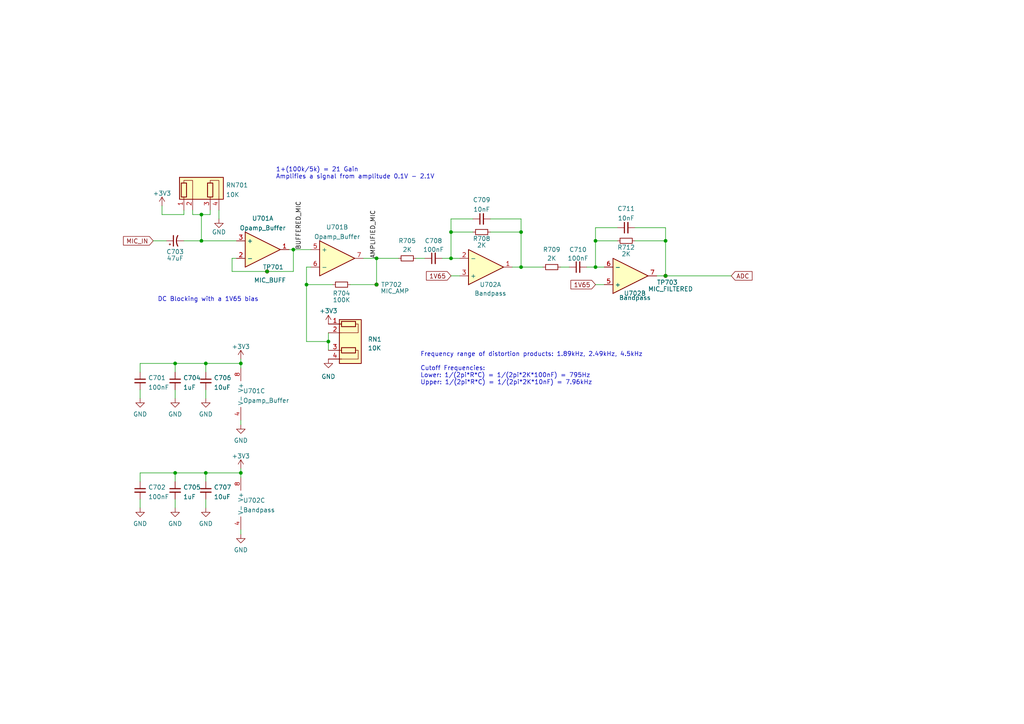
<source format=kicad_sch>
(kicad_sch (version 20230121) (generator eeschema)
  (paper "A4")
  (lib_symbols
    (symbol "+3V3_1" (power) (pin_names (offset 0))
      (property "Value" "+3V3_1" (at 0 3.556 0))
      (symbol "+3V3_1_0_1"
        (polyline (pts (xy -0.762 1.27) (xy 0 2.54)))
        (polyline (pts (xy 0 0) (xy 0 2.54)))
        (polyline (pts (xy 0 2.54) (xy 0.762 1.27)))
      )
      (symbol "+3V3_1_1_1"
        (pin power_in line (at 0 0 90) (length 0) hide (name "+3V3") (number "1"))
      )
    )
    (symbol "Connector:TestPoint_Small" (pin_numbers hide) (pin_names (offset 0.762) hide)
      (property "Reference" "TP" (at 0 3.81 0))
      (property "Value" "TestPoint_Small" (at 0 2.032 0))
      (symbol "TestPoint_Small_0_1"
        (circle (center 0 0) (radius 0.508))
      )
      (symbol "TestPoint_Small_1_1"
        (pin passive line (at 0 0 90) (length 0) (name "1") (number "1"))
      )
    )
    (symbol "Device:C_Polarized_Small_US" (pin_numbers hide) (pin_names (offset 0.254) hide)
      (property "Reference" "C" (at 0.254 1.778 0))
      (property "Value" "C_Polarized_Small_US" (at 0.254 -2.032 0))
      (symbol "C_Polarized_Small_US_0_1"
        (polyline (pts (xy -1.524 0.508) (xy 1.524 0.508)) (stroke (width 0.3048)))
        (polyline (pts (xy -1.27 1.524) (xy -0.762 1.524)))
        (polyline (pts (xy -1.016 1.27) (xy -1.016 1.778)))
        (arc (start 1.524 -0.762) (mid 0 -0.3734) (end -1.524 -0.762) (stroke (width 0.3048)))
      )
      (symbol "C_Polarized_Small_US_1_1"
        (pin passive line (at 0 2.54 270) (length 2.032) (name "~") (number "1"))
        (pin passive line (at 0 -2.54 90) (length 2.032) (name "~") (number "2"))
      )
    )
    (symbol "Device:C_Small" (pin_numbers hide) (pin_names (offset 0.254) hide)
      (property "Reference" "C" (at 0.254 1.778 0))
      (property "Value" "C_Small" (at 0.254 -2.032 0))
      (symbol "C_Small_0_1"
        (polyline (pts (xy -1.524 -0.508) (xy 1.524 -0.508)) (stroke (width 0.3302)))
        (polyline (pts (xy -1.524 0.508) (xy 1.524 0.508)) (stroke (width 0.3048)))
      )
      (symbol "C_Small_1_1"
        (pin passive line (at 0 2.54 270) (length 2.032) (name "~") (number "1"))
        (pin passive line (at 0 -2.54 90) (length 2.032) (name "~") (number "2"))
      )
    )
    (symbol "Device:Opamp_Dual"
      (property "Reference" "U" (at 0 5.08 0))
      (property "Value" "Opamp_Dual" (at 0 -5.08 0))
      (symbol "Opamp_Dual_1_1"
        (polyline (pts (xy -5.08 5.08) (xy 5.08 0) (xy -5.08 -5.08) (xy -5.08 5.08)) (stroke (width 0.254)) (fill (type background)))
        (pin output line (at 7.62 0 180) (length 2.54) (name "~") (number "1"))
        (pin input line (at -7.62 -2.54 0) (length 2.54) (name "-") (number "2"))
        (pin input line (at -7.62 2.54 0) (length 2.54) (name "+") (number "3"))
      )
      (symbol "Opamp_Dual_2_1"
        (polyline (pts (xy -5.08 5.08) (xy 5.08 0) (xy -5.08 -5.08) (xy -5.08 5.08)) (stroke (width 0.254)) (fill (type background)))
        (pin input line (at -7.62 2.54 0) (length 2.54) (name "+") (number "5"))
        (pin input line (at -7.62 -2.54 0) (length 2.54) (name "-") (number "6"))
        (pin output line (at 7.62 0 180) (length 2.54) (name "~") (number "7"))
      )
      (symbol "Opamp_Dual_3_1"
        (pin power_in line (at -2.54 -7.62 90) (length 3.81) (name "V-") (number "4"))
        (pin power_in line (at -2.54 7.62 270) (length 3.81) (name "V+") (number "8"))
      )
    )
    (symbol "Device:R_Pack02_SIP" (pin_names (offset 0) hide)
      (property "Reference" "RN" (at -7.62 0 90))
      (property "Value" "R_Pack02_SIP" (at 7.62 0 90))
      (symbol "R_Pack02_SIP_0_1"
        (rectangle (start -6.35 -1.905) (end 6.35 4.445) (stroke (width 0.254)) (fill (type background)))
        (rectangle (start -5.842 2.794) (end -4.318 -1.27) (stroke (width 0.254)))
        (polyline (pts (xy -5.08 2.794) (xy -5.08 3.556) (xy -2.54 3.556) (xy -2.54 -1.27)))
        (polyline (pts (xy 2.54 2.794) (xy 2.54 3.556) (xy 5.08 3.556) (xy 5.08 -1.27)))
        (rectangle (start 1.778 2.794) (end 3.302 -1.27) (stroke (width 0.254)))
      )
      (symbol "R_Pack02_SIP_1_1"
        (pin passive line (at -5.08 -5.08 90) (length 3.81) (name "R1.1") (number "1"))
        (pin passive line (at -2.54 -5.08 90) (length 3.81) (name "R1.2") (number "2"))
        (pin passive line (at 2.54 -5.08 90) (length 3.81) (name "R2.1") (number "3"))
        (pin passive line (at 5.08 -5.08 90) (length 3.81) (name "R2.2") (number "4"))
      )
    )
    (symbol "Device:R_Small" (pin_numbers hide) (pin_names (offset 0.254) hide)
      (property "Reference" "R" (at 0.762 0.508 0))
      (property "Value" "R_Small" (at 0.762 -1.016 0))
      (symbol "R_Small_0_1"
        (rectangle (start -0.762 1.778) (end 0.762 -1.778) (stroke (width 0.2032)))
      )
      (symbol "R_Small_1_1"
        (pin passive line (at 0 2.54 270) (length 0.762) (name "~") (number "1"))
        (pin passive line (at 0 -2.54 90) (length 0.762) (name "~") (number "2"))
      )
    )
    (symbol "GND_1" (power) (pin_names (offset 0))
      (property "Value" "GND_1" (at 0 -3.81 0))
      (symbol "GND_1_0_1"
        (polyline (pts (xy 0 0) (xy 0 -1.27) (xy 1.27 -1.27) (xy 0 -2.54) (xy -1.27 -1.27) (xy 0 -1.27)))
      )
      (symbol "GND_1_1_1"
        (pin power_in line (at 0 0 270) (length 0) hide (name "GND") (number "1"))
      )
    )
    (symbol "GND_2" (power) (pin_names (offset 0))
      (property "Value" "GND_2" (at 0 -3.81 0))
      (symbol "GND_2_0_1"
        (polyline (pts (xy 0 0) (xy 0 -1.27) (xy 1.27 -1.27) (xy 0 -2.54) (xy -1.27 -1.27) (xy 0 -1.27)))
      )
      (symbol "GND_2_1_1"
        (pin power_in line (at 0 0 270) (length 0) hide (name "GND") (number "1"))
      )
    )
    (symbol "ade_oae:PCM1862DBT"
      (property "Reference" "U" (at 0 19.05 0))
      (property "Value" "PCM1862DBT" (at 0 -10.16 0))
    )
    (symbol "power:+3V3" (power) (pin_names (offset 0))
      (property "Value" "+3V3" (at 0 3.556 0))
      (symbol "+3V3_0_1"
        (polyline (pts (xy -0.762 1.27) (xy 0 2.54)))
        (polyline (pts (xy 0 0) (xy 0 2.54)))
        (polyline (pts (xy 0 2.54) (xy 0.762 1.27)))
      )
      (symbol "+3V3_1_1"
        (pin power_in line (at 0 0 90) (length 0) hide (name "+3V3") (number "1"))
      )
    )
    (symbol "power:GND" (power) (pin_names (offset 0))
      (property "Value" "GND" (at 0 -3.81 0))
      (symbol "GND_0_1"
        (polyline (pts (xy 0 0) (xy 0 -1.27) (xy 1.27 -1.27) (xy 0 -2.54) (xy -1.27 -1.27) (xy 0 -1.27)))
      )
      (symbol "GND_1_1"
        (pin power_in line (at 0 0 270) (length 0) hide (name "GND") (number "1"))
      )
    )
  )
  (junction (at 58.42 62.23))
  (junction (at 59.69 105.41))
  (junction (at 193.04 80.01))
  (junction (at 130.81 74.93))
  (junction (at 85.09 72.39))
  (junction (at 151.13 77.47))
  (junction (at 88.9 82.55))
  (junction (at 109.22 74.93))
  (junction (at 151.13 67.31))
  (junction (at 109.22 82.55))
  (junction (at 172.72 69.85))
  (junction (at 50.8 105.41))
  (junction (at 69.85 137.16))
  (junction (at 77.47 78.74))
  (junction (at 58.42 69.85))
  (junction (at 69.85 105.41))
  (junction (at 95.25 99.06))
  (junction (at 50.8 137.16))
  (junction (at 193.04 69.85))
  (junction (at 59.69 137.16))
  (junction (at 130.81 67.31))
  (junction (at 172.72 77.47))
  (wire (pts (xy 96.52 82.55) (xy 88.9 82.55)))
  (wire (pts (xy 59.69 144.78) (xy 59.69 147.32)))
  (wire (pts (xy 151.13 77.47) (xy 157.48 77.47)))
  (wire (pts (xy 130.81 74.93) (xy 130.81 67.31)))
  (wire (pts (xy 50.8 139.7) (xy 50.8 137.16)))
  (wire (pts (xy 50.8 113.03) (xy 50.8 115.57)))
  (wire (pts (xy 58.42 69.85) (xy 68.58 69.85)))
  (wire (pts (xy 193.04 80.01) (xy 212.09 80.01)))
  (wire (pts (xy 130.81 74.93) (xy 133.35 74.93)))
  (wire (pts (xy 109.22 82.55) (xy 101.6 82.55)))
  (wire (pts (xy 137.16 63.5) (xy 130.81 63.5)))
  (wire (pts (xy 67.31 74.93) (xy 68.58 74.93)))
  (wire (pts (xy 50.8 107.95) (xy 50.8 105.41)))
  (wire (pts (xy 193.04 69.85) (xy 193.04 80.01)))
  (wire (pts (xy 128.27 74.93) (xy 130.81 74.93)))
  (wire (pts (xy 67.31 78.74) (xy 67.31 74.93)))
  (wire (pts (xy 130.81 80.01) (xy 133.35 80.01)))
  (wire (pts (xy 88.9 77.47) (xy 90.17 77.47)))
  (wire (pts (xy 53.34 69.85) (xy 58.42 69.85)))
  (wire (pts (xy 60.96 62.23) (xy 60.96 60.96)))
  (wire (pts (xy 179.07 66.04) (xy 172.72 66.04)))
  (wire (pts (xy 58.42 62.23) (xy 58.42 69.85)))
  (wire (pts (xy 184.15 69.85) (xy 193.04 69.85)))
  (wire (pts (xy 85.09 72.39) (xy 85.09 78.74)))
  (wire (pts (xy 69.85 135.89) (xy 69.85 137.16)))
  (wire (pts (xy 40.64 113.03) (xy 40.64 115.57)))
  (wire (pts (xy 109.22 74.93) (xy 109.22 82.55)))
  (wire (pts (xy 85.09 72.39) (xy 90.17 72.39)))
  (wire (pts (xy 105.41 74.93) (xy 109.22 74.93)))
  (wire (pts (xy 172.72 82.55) (xy 175.26 82.55)))
  (wire (pts (xy 50.8 144.78) (xy 50.8 147.32)))
  (wire (pts (xy 40.64 107.95) (xy 40.64 105.41)))
  (wire (pts (xy 193.04 80.01) (xy 190.5 80.01)))
  (wire (pts (xy 59.69 113.03) (xy 59.69 115.57)))
  (wire (pts (xy 172.72 69.85) (xy 179.07 69.85)))
  (wire (pts (xy 142.24 67.31) (xy 151.13 67.31)))
  (wire (pts (xy 172.72 77.47) (xy 172.72 69.85)))
  (wire (pts (xy 50.8 137.16) (xy 59.69 137.16)))
  (wire (pts (xy 170.18 77.47) (xy 172.72 77.47)))
  (wire (pts (xy 59.69 105.41) (xy 69.85 105.41)))
  (wire (pts (xy 88.9 82.55) (xy 88.9 77.47)))
  (wire (pts (xy 130.81 63.5) (xy 130.81 67.31)))
  (wire (pts (xy 59.69 105.41) (xy 59.69 107.95)))
  (wire (pts (xy 58.42 62.23) (xy 60.96 62.23)))
  (wire (pts (xy 85.09 78.74) (xy 77.47 78.74)))
  (wire (pts (xy 59.69 137.16) (xy 69.85 137.16)))
  (wire (pts (xy 88.9 82.55) (xy 88.9 99.06)))
  (wire (pts (xy 162.56 77.47) (xy 165.1 77.47)))
  (wire (pts (xy 172.72 66.04) (xy 172.72 69.85)))
  (wire (pts (xy 69.85 104.14) (xy 69.85 105.41)))
  (wire (pts (xy 95.25 99.06) (xy 88.9 99.06)))
  (wire (pts (xy 55.88 62.23) (xy 55.88 60.96)))
  (wire (pts (xy 50.8 105.41) (xy 59.69 105.41)))
  (wire (pts (xy 69.85 121.92) (xy 69.85 123.19)))
  (wire (pts (xy 151.13 77.47) (xy 148.59 77.47)))
  (wire (pts (xy 69.85 137.16) (xy 69.85 138.43)))
  (wire (pts (xy 53.34 62.23) (xy 53.34 60.96)))
  (wire (pts (xy 69.85 153.67) (xy 69.85 154.94)))
  (wire (pts (xy 59.69 137.16) (xy 59.69 139.7)))
  (wire (pts (xy 193.04 66.04) (xy 184.15 66.04)))
  (wire (pts (xy 46.99 62.23) (xy 53.34 62.23)))
  (wire (pts (xy 151.13 63.5) (xy 142.24 63.5)))
  (wire (pts (xy 151.13 67.31) (xy 151.13 63.5)))
  (wire (pts (xy 46.99 59.69) (xy 46.99 62.23)))
  (wire (pts (xy 55.88 62.23) (xy 58.42 62.23)))
  (wire (pts (xy 120.65 74.93) (xy 123.19 74.93)))
  (wire (pts (xy 40.64 105.41) (xy 50.8 105.41)))
  (wire (pts (xy 83.82 72.39) (xy 85.09 72.39)))
  (wire (pts (xy 40.64 139.7) (xy 40.64 137.16)))
  (wire (pts (xy 95.25 99.06) (xy 95.25 101.6)))
  (wire (pts (xy 95.25 96.52) (xy 95.25 99.06)))
  (wire (pts (xy 40.64 137.16) (xy 50.8 137.16)))
  (wire (pts (xy 151.13 67.31) (xy 151.13 77.47)))
  (wire (pts (xy 69.85 105.41) (xy 69.85 106.68)))
  (wire (pts (xy 44.45 69.85) (xy 48.26 69.85)))
  (wire (pts (xy 77.47 78.74) (xy 67.31 78.74)))
  (wire (pts (xy 130.81 67.31) (xy 137.16 67.31)))
  (wire (pts (xy 193.04 69.85) (xy 193.04 66.04)))
  (wire (pts (xy 40.64 144.78) (xy 40.64 147.32)))
  (wire (pts (xy 109.22 74.93) (xy 115.57 74.93)))
  (wire (pts (xy 172.72 77.47) (xy 175.26 77.47)))
  (wire (pts (xy 63.5 60.96) (xy 63.5 63.5)))
  (text "1+(100k/5k) = 21 Gain\nAmplifies a signal from amplitude 0.1V - 2.1V" (at 80.01 52.07 0) (effects (font (size 1.27 1.27)) (justify left bottom)))
  (text "DC Blocking with a 1V65 bias" (at 45.72 87.63 0) (effects (font (size 1.27 1.27)) (justify left bottom)))
  (text "Frequency range of distortion products: 1.89kHz, 2.49kHz, 4.5kHz\n\nCutoff Frequencies:\nLower: 1/(2pi*R*C) = 1/(2pi*2K*100nF) = 795Hz\nUpper: 1/(2pi*R*C) = 1/(2pi*2K*10nF) = 7.96kHz" (at 121.92 111.76 0) (effects (font (size 1.27 1.27)) (justify left bottom)))
  (label "AMPLIFIED_MIC" (at 109.22 74.93 90))
  (label "BUFFERED_MIC" (at 87.63 72.39 90))
  (global_label "1V65" (shape input) (at 130.81 80.01 180) (property "Intersheetrefs" "${INTERSHEET_REFS}" (effects hide)))
  (global_label "ADC" (shape input) (at 212.09 80.01 0) (property "Intersheetrefs" "${INTERSHEET_REFS}" (effects hide)))
  (global_label "MIC_IN" (shape input) (at 44.45 69.85 180) (property "Intersheetrefs" "${INTERSHEET_REFS}" (effects hide)))
  (global_label "1V65" (shape input) (at 172.72 82.55 180) (property "Intersheetrefs" "${INTERSHEET_REFS}" (effects hide)))
  (symbol (lib_id "power:GND") (at 59.69 147.32 0) (unit 1)
    (property "Reference" "#PWR0708" (effects hide))
    (property "Value" "GND" (at 59.69 151.8825 0))
  )
  (symbol (lib_id "ade_oae:PCM1862DBT") (at 44.45 36.83 0) (unit 1)
    (property "Reference" "U1" (effects hide))
    (property "Value" "PCM1862DBT" (effects hide))
  )
  (symbol (lib_id "power:GND") (at 50.8 147.32 0) (unit 1)
    (property "Reference" "#PWR0704" (effects hide))
    (property "Value" "GND" (at 50.8 151.8825 0))
  )
  (symbol (lib_id "Device:C_Small") (at 59.69 110.49 0) (unit 1)
    (property "Reference" "C706" (at 62.0141 109.5878 0) (effects (justify left)))
    (property "Value" "10uF" (at 62.0141 112.3629 0) (effects (justify left)))
    (property "Footprint" "Capacitor_SMD:C_0603_1608Metric" (effects hide))
  )
  (symbol (lib_id "Device:R_Small") (at 160.02 77.47 90) (unit 1)
    (property "Reference" "R709" (at 160.02 72.39 90))
    (property "Value" "2K" (at 160.02 74.93 90))
    (property "Footprint" "Resistor_SMD:R_0603_1608Metric_Pad0.98x0.95mm_HandSolder" (effects hide))
  )
  (symbol (lib_id "Device:R_Small") (at 118.11 74.93 90) (unit 1)
    (property "Reference" "R705" (at 118.11 69.85 90))
    (property "Value" "2K" (at 118.11 72.39 90))
    (property "Footprint" "Resistor_SMD:R_0603_1608Metric_Pad0.98x0.95mm_HandSolder" (effects hide))
  )
  (symbol (lib_id "Connector:TestPoint_Small") (at 77.47 78.74 0) (unit 1)
    (property "Reference" "TP701" (at 76.2 77.47 0) (effects (justify left)))
    (property "Value" "MIC_BUFF" (at 73.66 81.28 0) (effects (justify left)))
    (property "Footprint" "TestPoint:TestPoint_Pad_D2.5mm" (effects hide))
  )
  (symbol (lib_id "Device:Opamp_Dual") (at 97.79 74.93 0) (unit 2)
    (property "Reference" "U701" (at 97.79 65.8835 0))
    (property "Value" "Opamp_Buffer" (at 97.79 68.6586 0))
    (property "Footprint" "oae_mod:SOIC127P599X175-8N" (effects hide))
    (property "Datasheet" "https://ww1.microchip.com/downloads/en/DeviceDoc/20001685E.pdf" (effects hide))
    (property "Digikey" "MCP6022-I/SN-ND" (effects hide))
  )
  (symbol (lib_id "Device:C_Small") (at 40.64 142.24 0) (unit 1)
    (property "Reference" "C702" (at 42.9641 141.3378 0) (effects (justify left)))
    (property "Value" "100nF" (at 42.9641 144.1129 0) (effects (justify left)))
    (property "Footprint" "Capacitor_SMD:C_0603_1608Metric" (effects hide))
  )
  (symbol (lib_name "+3V3_1") (lib_id "power:+3V3") (at 95.25 93.98 0) (unit 1)
    (property "Reference" "#PWR014" (effects hide))
    (property "Value" "+3V3" (at 95.25 90.17 0))
  )
  (symbol (lib_id "Device:C_Small") (at 50.8 110.49 0) (unit 1)
    (property "Reference" "C704" (at 53.1241 109.5878 0) (effects (justify left)))
    (property "Value" "1uF" (at 53.1241 112.3629 0) (effects (justify left)))
    (property "Footprint" "Capacitor_SMD:C_0603_1608Metric" (effects hide))
  )
  (symbol (lib_id "Device:R_Pack02_SIP") (at 58.42 55.88 0) (unit 1)
    (property "Reference" "RN701" (at 65.532 53.7015 0) (effects (justify left)))
    (property "Value" "10K" (at 65.532 56.4766 0) (effects (justify left)))
    (property "Footprint" "Resistor_SMD:R_Array_Convex_2x0603" (effects hide))
    (property "Datasheet" "https://www.vishay.com/docs/28770/acasat.pdf" (effects hide))
    (property "DigiKey" "749-1771-6-ND" (effects hide))
  )
  (symbol (lib_id "power:+3V3") (at 46.99 59.69 0) (unit 1)
    (property "Reference" "#PWR0705" (effects hide))
    (property "Value" "+3V3" (at 46.99 56.0855 0))
  )
  (symbol (lib_id "power:GND") (at 40.64 147.32 0) (unit 1)
    (property "Reference" "#PWR0702" (effects hide))
    (property "Value" "GND" (at 40.64 151.8825 0))
  )
  (symbol (lib_id "Device:Opamp_Dual") (at 182.88 80.01 0) (mirror x) (unit 2)
    (property "Reference" "U702" (at 184.15 85.09 0))
    (property "Value" "Bandpass" (at 184.15 86.36 0))
    (property "Footprint" "oae_mod:SOIC127P599X175-8N" (effects hide))
    (property "Datasheet" "https://ww1.microchip.com/downloads/en/DeviceDoc/20001685E.pdf" (effects hide))
    (property "Digikey" "MCP6022-I/SN-ND" (effects hide))
  )
  (symbol (lib_id "Device:Opamp_Dual") (at 72.39 114.3 0) (unit 3)
    (property "Reference" "U701" (at 70.485 113.3915 0) (effects (justify left)))
    (property "Value" "Opamp_Buffer" (at 70.485 116.1666 0) (effects (justify left)))
    (property "Footprint" "oae_mod:SOIC127P599X175-8N" (effects hide))
    (property "Datasheet" "https://ww1.microchip.com/downloads/en/DeviceDoc/20001685E.pdf" (effects hide))
    (property "Digikey" "MCP6022-I/SN-ND" (effects hide))
  )
  (symbol (lib_id "Device:C_Small") (at 59.69 142.24 0) (unit 1)
    (property "Reference" "C707" (at 62.0141 141.3378 0) (effects (justify left)))
    (property "Value" "10uF" (at 62.0141 144.1129 0) (effects (justify left)))
    (property "Footprint" "Capacitor_SMD:C_0603_1608Metric" (effects hide))
  )
  (symbol (lib_id "Device:R_Pack02_SIP") (at 100.33 99.06 270) (unit 1)
    (property "Reference" "RN1" (at 106.68 98.425 90) (effects (justify left)))
    (property "Value" "10K" (at 106.68 100.965 90) (effects (justify left)))
    (property "Footprint" "Resistor_SMD:R_Array_Convex_2x0603" (effects hide))
    (property "Datasheet" "https://www.vishay.com/docs/28770/acasat.pdf" (effects hide))
    (property "DigiKey" "749-1771-6-ND" (effects hide))
  )
  (symbol (lib_id "Device:R_Small") (at 181.61 69.85 90) (unit 1)
    (property "Reference" "R712" (at 181.61 71.755 90))
    (property "Value" "2K" (at 181.61 73.66 90))
    (property "Footprint" "Resistor_SMD:R_0603_1608Metric_Pad0.98x0.95mm_HandSolder" (effects hide))
  )
  (symbol (lib_name "GND_2") (lib_id "power:GND") (at 95.25 104.14 0) (unit 1)
    (property "Reference" "#PWR015" (effects hide))
    (property "Value" "GND" (at 95.25 109.22 0))
  )
  (symbol (lib_id "Device:R_Small") (at 99.06 82.55 90) (unit 1)
    (property "Reference" "R704" (at 99.06 85.09 90))
    (property "Value" "100K" (at 99.06 86.995 90))
    (property "Footprint" "Resistor_SMD:R_0603_1608Metric_Pad0.98x0.95mm_HandSolder" (effects hide))
  )
  (symbol (lib_id "Connector:TestPoint_Small") (at 193.04 80.01 0) (unit 1)
    (property "Reference" "TP703" (at 190.5 81.915 0) (effects (justify left)))
    (property "Value" "MIC_FILTERED" (at 187.96 83.82 0) (effects (justify left)))
    (property "Footprint" "TestPoint:TestPoint_Pad_D2.5mm" (effects hide))
  )
  (symbol (lib_id "Device:C_Small") (at 50.8 142.24 0) (unit 1)
    (property "Reference" "C705" (at 53.1241 141.3378 0) (effects (justify left)))
    (property "Value" "1uF" (at 53.1241 144.1129 0) (effects (justify left)))
    (property "Footprint" "Capacitor_SMD:C_0603_1608Metric" (effects hide))
  )
  (symbol (lib_id "power:GND") (at 69.85 123.19 0) (unit 1)
    (property "Reference" "#PWR0710" (effects hide))
    (property "Value" "GND" (at 69.85 127.7525 0))
  )
  (symbol (lib_id "Device:Opamp_Dual") (at 72.39 146.05 0) (unit 3)
    (property "Reference" "U702" (at 70.485 145.1415 0) (effects (justify left)))
    (property "Value" "Bandpass" (at 70.485 147.9166 0) (effects (justify left)))
    (property "Footprint" "oae_mod:SOIC127P599X175-8N" (effects hide))
    (property "Datasheet" "https://ww1.microchip.com/downloads/en/DeviceDoc/20001685E.pdf" (effects hide))
    (property "Digikey" "MCP6022-I/SN-ND" (effects hide))
  )
  (symbol (lib_id "Device:C_Polarized_Small_US") (at 50.8 69.85 90) (unit 1)
    (property "Reference" "C703" (at 50.8 73.025 90))
    (property "Value" "47uF" (at 50.8 74.93 90))
    (property "Footprint" "Capacitor_SMD:C_0603_1608Metric" (effects hide))
  )
  (symbol (lib_id "power:GND") (at 40.64 115.57 0) (unit 1)
    (property "Reference" "#PWR0701" (effects hide))
    (property "Value" "GND" (at 40.64 120.1325 0))
  )
  (symbol (lib_id "power:GND") (at 59.69 115.57 0) (unit 1)
    (property "Reference" "#PWR0707" (effects hide))
    (property "Value" "GND" (at 59.69 120.1325 0))
  )
  (symbol (lib_id "Device:C_Small") (at 181.61 66.04 90) (unit 1)
    (property "Reference" "C711" (at 181.6163 60.5114 90))
    (property "Value" "10nF" (at 181.6163 63.2865 90))
    (property "Footprint" "Capacitor_SMD:C_0603_1608Metric" (effects hide))
  )
  (symbol (lib_id "Device:Opamp_Dual") (at 76.2 72.39 0) (unit 1)
    (property "Reference" "U701" (at 76.2 63.3435 0))
    (property "Value" "Opamp_Buffer" (at 76.2 66.1186 0))
    (property "Footprint" "oae_mod:SOIC127P599X175-8N" (effects hide))
    (property "Datasheet" "https://ww1.microchip.com/downloads/en/DeviceDoc/20001685E.pdf" (effects hide))
    (property "Digikey" "MCP6022-I/SN-ND" (effects hide))
  )
  (symbol (lib_id "power:GND") (at 69.85 154.94 0) (unit 1)
    (property "Reference" "#PWR0712" (effects hide))
    (property "Value" "GND" (at 69.85 159.5025 0))
  )
  (symbol (lib_id "Device:C_Small") (at 167.64 77.47 90) (unit 1)
    (property "Reference" "C710" (at 167.64 72.39 90))
    (property "Value" "100nF" (at 167.64 74.93 90))
    (property "Footprint" "Capacitor_SMD:C_0603_1608Metric" (effects hide))
  )
  (symbol (lib_id "Connector:TestPoint_Small") (at 109.22 82.55 0) (unit 1)
    (property "Reference" "TP702" (at 110.49 82.55 0) (effects (justify left)))
    (property "Value" "MIC_AMP" (at 110.363 84.4166 0) (effects (justify left)))
    (property "Footprint" "TestPoint:TestPoint_Pad_D2.5mm" (effects hide))
  )
  (symbol (lib_id "power:+3V3") (at 69.85 135.89 0) (unit 1)
    (property "Reference" "#PWR0711" (effects hide))
    (property "Value" "+3V3" (at 69.85 132.2855 0))
  )
  (symbol (lib_id "Device:R_Small") (at 139.7 67.31 90) (unit 1)
    (property "Reference" "R708" (at 139.7 69.215 90))
    (property "Value" "2K" (at 139.7 71.12 90))
    (property "Footprint" "Resistor_SMD:R_0603_1608Metric_Pad0.98x0.95mm_HandSolder" (effects hide))
  )
  (symbol (lib_id "power:+3V3") (at 69.85 104.14 0) (unit 1)
    (property "Reference" "#PWR0709" (effects hide))
    (property "Value" "+3V3" (at 69.85 100.5355 0))
  )
  (symbol (lib_id "Device:C_Small") (at 125.73 74.93 90) (unit 1)
    (property "Reference" "C708" (at 125.73 69.85 90))
    (property "Value" "100nF" (at 125.73 72.39 90))
    (property "Footprint" "Capacitor_SMD:C_0603_1608Metric" (effects hide))
  )
  (symbol (lib_id "power:GND") (at 50.8 115.57 0) (unit 1)
    (property "Reference" "#PWR0703" (effects hide))
    (property "Value" "GND" (at 50.8 120.1325 0))
  )
  (symbol (lib_id "Device:C_Small") (at 139.7 63.5 90) (unit 1)
    (property "Reference" "C709" (at 139.7063 57.9714 90))
    (property "Value" "10nF" (at 139.7063 60.7465 90))
    (property "Footprint" "Capacitor_SMD:C_0603_1608Metric" (effects hide))
  )
  (symbol (lib_name "GND_1") (lib_id "power:GND") (at 63.5 63.5 0) (unit 1)
    (property "Reference" "#PWR?" (effects hide))
    (property "Value" "GND" (at 63.5 67.31 0))
  )
  (symbol (lib_id "Device:C_Small") (at 40.64 110.49 0) (unit 1)
    (property "Reference" "C701" (at 42.9641 109.5878 0) (effects (justify left)))
    (property "Value" "100nF" (at 42.9641 112.3629 0) (effects (justify left)))
    (property "Footprint" "Capacitor_SMD:C_0603_1608Metric" (effects hide))
  )
  (symbol (lib_id "Device:Opamp_Dual") (at 140.97 77.47 0) (mirror x) (unit 1)
    (property "Reference" "U702" (at 142.24 82.55 0))
    (property "Value" "Bandpass" (at 142.24 85.09 0))
    (property "Footprint" "oae_mod:SOIC127P599X175-8N" (effects hide))
    (property "Datasheet" "https://ww1.microchip.com/downloads/en/DeviceDoc/20001685E.pdf" (effects hide))
    (property "Digikey" "MCP6022-I/SN-ND" (effects hide))
  )
)
</source>
